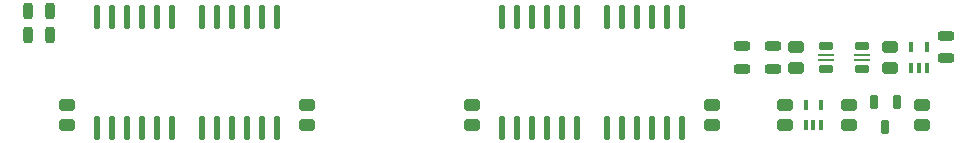
<source format=gtp>
G04 #@! TF.GenerationSoftware,KiCad,Pcbnew,7.0.1-0*
G04 #@! TF.CreationDate,2023-11-01T19:37:56-04:00*
G04 #@! TF.ProjectId,GW4194,47573431-3934-42e6-9b69-6361645f7063,1.1-SOJ-DC*
G04 #@! TF.SameCoordinates,Original*
G04 #@! TF.FileFunction,Paste,Top*
G04 #@! TF.FilePolarity,Positive*
%FSLAX46Y46*%
G04 Gerber Fmt 4.6, Leading zero omitted, Abs format (unit mm)*
G04 Created by KiCad (PCBNEW 7.0.1-0) date 2023-11-01 19:37:56*
%MOMM*%
%LPD*%
G01*
G04 APERTURE LIST*
G04 Aperture macros list*
%AMRoundRect*
0 Rectangle with rounded corners*
0 $1 Rounding radius*
0 $2 $3 $4 $5 $6 $7 $8 $9 X,Y pos of 4 corners*
0 Add a 4 corners polygon primitive as box body*
4,1,4,$2,$3,$4,$5,$6,$7,$8,$9,$2,$3,0*
0 Add four circle primitives for the rounded corners*
1,1,$1+$1,$2,$3*
1,1,$1+$1,$4,$5*
1,1,$1+$1,$6,$7*
1,1,$1+$1,$8,$9*
0 Add four rect primitives between the rounded corners*
20,1,$1+$1,$2,$3,$4,$5,0*
20,1,$1+$1,$4,$5,$6,$7,0*
20,1,$1+$1,$6,$7,$8,$9,0*
20,1,$1+$1,$8,$9,$2,$3,0*%
G04 Aperture macros list end*
%ADD10RoundRect,0.237500X0.437500X-0.262500X0.437500X0.262500X-0.437500X0.262500X-0.437500X-0.262500X0*%
%ADD11RoundRect,0.187500X0.212500X0.487500X-0.212500X0.487500X-0.212500X-0.487500X0.212500X-0.487500X0*%
%ADD12RoundRect,0.187500X-0.212500X-0.487500X0.212500X-0.487500X0.212500X0.487500X-0.212500X0.487500X0*%
%ADD13RoundRect,0.237500X-0.437500X0.262500X-0.437500X-0.262500X0.437500X-0.262500X0.437500X0.262500X0*%
%ADD14RoundRect,0.187500X-0.487500X0.212500X-0.487500X-0.212500X0.487500X-0.212500X0.487500X0.212500X0*%
%ADD15RoundRect,0.060000X0.100000X-0.400000X0.100000X0.400000X-0.100000X0.400000X-0.100000X-0.400000X0*%
%ADD16RoundRect,0.150000X-0.200000X0.475000X-0.200000X-0.475000X0.200000X-0.475000X0.200000X0.475000X0*%
%ADD17RoundRect,0.187500X0.487500X-0.212500X0.487500X0.212500X-0.487500X0.212500X-0.487500X-0.212500X0*%
%ADD18RoundRect,0.125000X0.150000X-0.866000X0.150000X0.866000X-0.150000X0.866000X-0.150000X-0.866000X0*%
%ADD19RoundRect,0.125000X-0.475000X-0.175000X0.475000X-0.175000X0.475000X0.175000X-0.475000X0.175000X0*%
%ADD20RoundRect,0.025000X-0.600000X-0.075000X0.600000X-0.075000X0.600000X0.075000X-0.600000X0.075000X0*%
%ADD21RoundRect,0.125000X-0.500000X0.175000X-0.500000X-0.175000X0.500000X-0.175000X0.500000X0.175000X0*%
%ADD22RoundRect,0.125000X-0.500000X-0.175000X0.500000X-0.175000X0.500000X0.175000X-0.500000X0.175000X0*%
G04 APERTURE END LIST*
D10*
X85090000Y-94107000D03*
X85090000Y-92407000D03*
X105410000Y-94107000D03*
X105410000Y-92407000D03*
X119380000Y-94107000D03*
X119380000Y-92407000D03*
X157480000Y-94107000D03*
X157480000Y-92407000D03*
D11*
X83650000Y-86500000D03*
X81750000Y-86500000D03*
D12*
X81750000Y-84500000D03*
X83650000Y-84500000D03*
D13*
X146800000Y-87550000D03*
X146800000Y-89250000D03*
D14*
X144800000Y-87450000D03*
X144800000Y-89350000D03*
D15*
X147600000Y-94100000D03*
X148250000Y-94100000D03*
X148900000Y-94100000D03*
X148900000Y-92400000D03*
X147600000Y-92400000D03*
X156550000Y-89250000D03*
X157200000Y-89250000D03*
X157850000Y-89250000D03*
X157850000Y-87550000D03*
X156550000Y-87550000D03*
D13*
X154700000Y-87550000D03*
X154700000Y-89250000D03*
D16*
X155300000Y-92200000D03*
X153400000Y-92200000D03*
X154350000Y-94300000D03*
D13*
X151250000Y-92400000D03*
X151250000Y-94100000D03*
D17*
X142200000Y-89350000D03*
X142200000Y-87450000D03*
D13*
X145800000Y-92400000D03*
X145800000Y-94100000D03*
D18*
X121920000Y-94361000D03*
X123190000Y-94361000D03*
X124460000Y-94361000D03*
X125730000Y-94361000D03*
X127000000Y-94361000D03*
X128270000Y-94361000D03*
X130810000Y-94361000D03*
X132080000Y-94361000D03*
X133350000Y-94361000D03*
X134620000Y-94361000D03*
X135890000Y-94361000D03*
X137160000Y-94361000D03*
X137160000Y-84963000D03*
X135890000Y-84963000D03*
X134620000Y-84963000D03*
X133350000Y-84963000D03*
X132080000Y-84963000D03*
X130810000Y-84963000D03*
X128270000Y-84963000D03*
X127000000Y-84963000D03*
X125730000Y-84963000D03*
X124460000Y-84963000D03*
X123190000Y-84963000D03*
X121920000Y-84963000D03*
X87630000Y-94361000D03*
X88900000Y-94361000D03*
X90170000Y-94361000D03*
X91440000Y-94361000D03*
X92710000Y-94361000D03*
X93980000Y-94361000D03*
X96520000Y-94361000D03*
X97790000Y-94361000D03*
X99060000Y-94361000D03*
X100330000Y-94361000D03*
X101600000Y-94361000D03*
X102870000Y-94361000D03*
X102870000Y-84963000D03*
X101600000Y-84963000D03*
X100330000Y-84963000D03*
X99060000Y-84963000D03*
X97790000Y-84963000D03*
X96520000Y-84963000D03*
X93980000Y-84963000D03*
X92710000Y-84963000D03*
X91440000Y-84963000D03*
X90170000Y-84963000D03*
X88900000Y-84963000D03*
X87630000Y-84963000D03*
D10*
X139700000Y-94107000D03*
X139700000Y-92407000D03*
D19*
X149350000Y-87450000D03*
D20*
X149325000Y-88150000D03*
X149325000Y-88650000D03*
D19*
X149350000Y-89350000D03*
D21*
X152375000Y-89350000D03*
D20*
X152375000Y-88650000D03*
X152375000Y-88150000D03*
D22*
X152375000Y-87450000D03*
D14*
X159500000Y-86550000D03*
X159500000Y-88450000D03*
M02*

</source>
